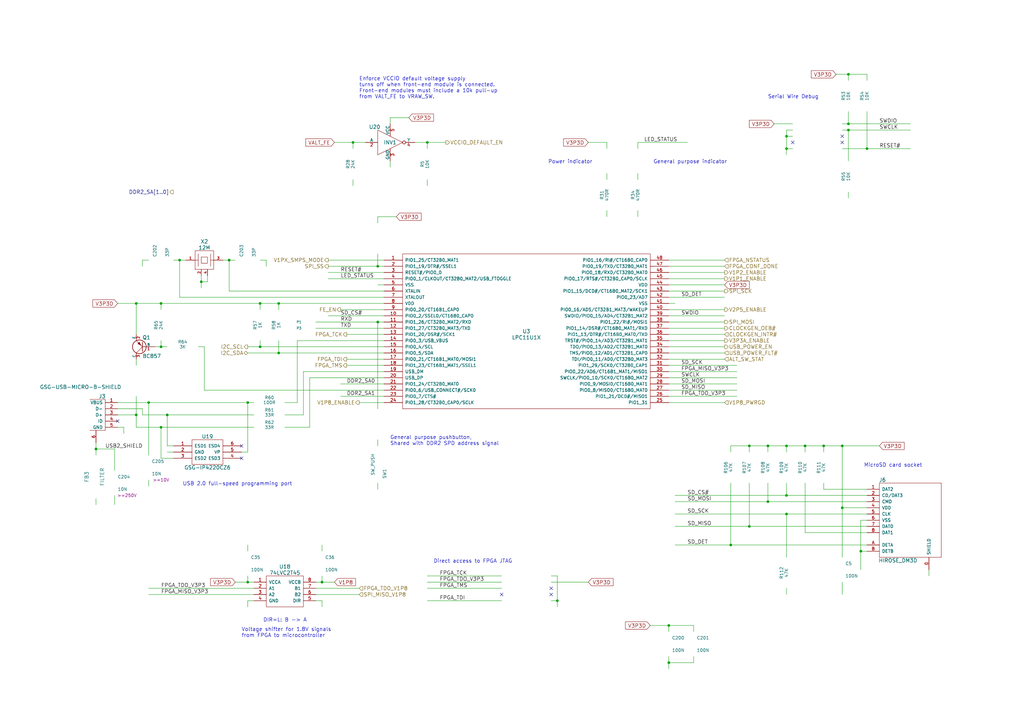
<source format=kicad_sch>
(kicad_sch (version 20230121) (generator eeschema)
  (paper "A3")
  (title_block (title "Daisho Project Main Board") (date "10 Oct 2014") (rev "0") (company "ShareBrained Technology, Inc.") (comment 1 "Copyright © 2013 Jared Boone") (comment 2 "License: GNU General Public License, version 2"))
  (lib_symbols
    (symbol "74lvc2t45:74LVC2T45" (pin_names (offset 1.016))
      (property "Reference" "U" (at 0 10.16 0))
      (property "Value" "74LVC2T45" (at 0 7.62 0))
      (symbol "74LVC2T45_0_1"
        (rectangle (start -7.62 6.35) (end 7.62 -6.35))
      )
      (symbol "74LVC2T45_1_1"
        (pin power_in line (at -12.7 3.81 0) (length 5.08) (name "VCCA") (number "1"))
        (pin bidirectional line (at -12.7 1.27 0) (length 5.08) (name "A1") (number "2"))
        (pin bidirectional line (at -12.7 -1.27 0) (length 5.08) (name "A2") (number "3"))
        (pin power_in line (at -12.7 -3.81 0) (length 5.08) (name "GND") (number "4"))
        (pin input line (at 12.7 -3.81 180) (length 5.08) (name "DIR") (number "5"))
        (pin bidirectional line (at 12.7 -1.27 180) (length 5.08) (name "B2") (number "6"))
        (pin bidirectional line (at 12.7 1.27 180) (length 5.08) (name "B1") (number "7"))
        (pin power_in line (at 12.7 3.81 180) (length 5.08) (name "VCCB") (number "8"))
      )
    )
    (symbol "gsg-ip4220cz6:GSG-IP4220CZ6" (pin_names (offset 1.016))
      (property "Reference" "U" (at 0 6.35 0))
      (property "Value" "GSG-IP4220CZ6" (at 0 -6.35 0))
      (symbol "GSG-IP4220CZ6_0_1"
        (rectangle (start -6.35 5.08) (end 6.35 -5.08))
      )
      (symbol "GSG-IP4220CZ6_1_1"
        (pin input line (at -13.97 2.54 0) (length 7.62) (name "ESD1") (number "1"))
        (pin power_in line (at -13.97 0 0) (length 7.62) (name "GND") (number "2"))
        (pin input line (at -13.97 -2.54 0) (length 7.62) (name "ESD2") (number "3"))
        (pin input line (at 13.97 -2.54 180) (length 7.62) (name "ESD3") (number "4"))
        (pin power_in line (at 13.97 0 180) (length 7.62) (name "VP") (number "5"))
        (pin input line (at 13.97 2.54 180) (length 7.62) (name "ESD4") (number "6"))
      )
    )
    (symbol "gsg-microusb:GSG-USB-MICRO-B-SHIELD" (pin_names (offset 1.016))
      (property "Reference" "J" (at 0 7.62 0))
      (property "Value" "GSG-USB-MICRO-B-SHIELD" (at -16.51 -8.89 0))
      (symbol "GSG-USB-MICRO-B-SHIELD_0_1"
        (polyline (pts (xy 5.08 6.35) (xy -1.27 6.35) (xy -1.27 -6.35) (xy 5.08 -6.35) (xy 5.08 -6.35)))
      )
      (symbol "GSG-USB-MICRO-B-SHIELD_1_1"
        (pin power_out line (at -6.35 5.08 0) (length 5.08) (name "VBUS") (number "1"))
        (pin bidirectional line (at -6.35 2.54 0) (length 5.08) (name "D-") (number "2"))
        (pin bidirectional line (at -6.35 0 0) (length 5.08) (name "D+") (number "3"))
        (pin input line (at -6.35 -2.54 0) (length 5.08) (name "ID") (number "4"))
        (pin power_out line (at -6.35 -5.08 0) (length 5.08) (name "GND") (number "5"))
        (pin passive line (at 2.54 -11.43 90) (length 5.08) (name "~") (number "6"))
      )
    )
    (symbol "hirose_dm3d:HIROSE_DM3D" (pin_names (offset 1.016))
      (property "Reference" "J" (at -11.43 16.51 0))
      (property "Value" "HIROSE_DM3D" (at -5.08 -16.51 0))
      (symbol "HIROSE_DM3D_0_1"
        (rectangle (start -12.7 15.24) (end 12.7 -15.24))
      )
      (symbol "HIROSE_DM3D_1_1"
        (pin passive line (at 7.62 -20.32 90) (length 5.08) (name "SHIELD") (number "0"))
        (pin bidirectional line (at -17.78 12.7 0) (length 5.08) (name "DAT2") (number "1"))
        (pin bidirectional line (at -17.78 10.16 0) (length 5.08) (name "CD/DAT3") (number "2"))
        (pin bidirectional line (at -17.78 7.62 0) (length 5.08) (name "CMD") (number "3"))
        (pin power_in line (at -17.78 5.08 0) (length 5.08) (name "VDD") (number "4"))
        (pin input line (at -17.78 2.54 0) (length 5.08) (name "CLK") (number "5"))
        (pin power_in line (at -17.78 0 0) (length 5.08) (name "VSS") (number "6"))
        (pin bidirectional line (at -17.78 -2.54 0) (length 5.08) (name "DAT0") (number "7"))
        (pin bidirectional line (at -17.78 -5.08 0) (length 5.08) (name "DAT1") (number "8"))
        (pin passive line (at -17.78 -10.16 0) (length 5.08) (name "DETA") (number "A"))
        (pin passive line (at -17.78 -12.7 0) (length 5.08) (name "DETB") (number "B"))
      )
    )
    (symbol "inv1:INV1" (pin_names (offset 0))
      (property "Reference" "U" (at -6.35 6.35 0))
      (property "Value" "INV1" (at -6.35 -7.62 0))
      (symbol "INV1_0_1"
        (polyline (pts (xy -5.08 -5.08) (xy -5.08 5.08) (xy 5.08 0) (xy -5.08 -5.08)))
      )
      (symbol "INV1_1_1"
        (pin input line (at -10.16 0 0) (length 5.08) (name "A") (number "2"))
        (pin power_in line (at 0 -7.62 90) (length 5.08) (name "GND") (number "3"))
        (pin output inverted (at 10.16 0 180) (length 5.08) (name "Y") (number "4"))
        (pin power_in line (at 0 7.62 270) (length 5.08) (name "VCC") (number "5"))
      )
    )
    (symbol "lpc11u1x:LPC11U1X" (pin_names (offset 1.016))
      (property "Reference" "U" (at 0 1.27 0))
      (property "Value" "LPC11U1X" (at 0 -1.27 0))
      (symbol "LPC11U1X_0_1"
        (rectangle (start -50.8 33.02) (end 50.8 -30.48))
      )
      (symbol "LPC11U1X_1_1"
        (pin bidirectional line (at -58.42 30.48 0) (length 7.62) (name "PIO1_25/CT32B0_MAT1") (number "1"))
        (pin bidirectional line (at -58.42 7.62 0) (length 7.62) (name "PIO0_2/SSEL0/CT16B0_CAP0") (number "10"))
        (pin bidirectional line (at -58.42 5.08 0) (length 7.62) (name "PIO1_26/CT32B0_MAT2/RXD") (number "11"))
        (pin bidirectional line (at -58.42 2.54 0) (length 7.62) (name "PIO1_27/CT32B0_MAT3/TXD") (number "12"))
        (pin bidirectional line (at -58.42 0 0) (length 7.62) (name "PIO1_20/DSR#/SCK1") (number "13"))
        (pin bidirectional line (at -58.42 -2.54 0) (length 7.62) (name "PIO0_3/USB_VBUS") (number "14"))
        (pin bidirectional line (at -58.42 -5.08 0) (length 7.62) (name "PIO0_4/SCL") (number "15"))
        (pin bidirectional line (at -58.42 -7.62 0) (length 7.62) (name "PIO0_5/SDA") (number "16"))
        (pin bidirectional line (at -58.42 -10.16 0) (length 7.62) (name "PIO0_21/CT16B1_MAT0/MOSI1") (number "17"))
        (pin bidirectional line (at -58.42 -12.7 0) (length 7.62) (name "PIO1_23/CT16B1_MAT1/SSEL1") (number "18"))
        (pin bidirectional line (at -58.42 -15.24 0) (length 7.62) (name "USB_DM") (number "19"))
        (pin bidirectional line (at -58.42 27.94 0) (length 7.62) (name "PIO1_19/DTR#/SSEL1") (number "2"))
        (pin bidirectional line (at -58.42 -17.78 0) (length 7.62) (name "USB_DP") (number "20"))
        (pin bidirectional line (at -58.42 -20.32 0) (length 7.62) (name "PIO1_24/CT32B0_MAT0") (number "21"))
        (pin bidirectional line (at -58.42 -22.86 0) (length 7.62) (name "PIO0_6/USB_CONNECT#/SCK0") (number "22"))
        (pin bidirectional line (at -58.42 -25.4 0) (length 7.62) (name "PIO0_7/CTS#") (number "23"))
        (pin bidirectional line (at -58.42 -27.94 0) (length 7.62) (name "PIO1_28/CT32B0_CAP0/SCLK") (number "24"))
        (pin bidirectional line (at 58.42 -27.94 180) (length 7.62) (name "PIO1_31") (number "25"))
        (pin bidirectional line (at 58.42 -25.4 180) (length 7.62) (name "PIO1_21/DCD#/MISO1") (number "26"))
        (pin bidirectional line (at 58.42 -22.86 180) (length 7.62) (name "PIO0_8/MISO0/CT16B0_MAT0") (number "27"))
        (pin bidirectional line (at 58.42 -20.32 180) (length 7.62) (name "PIO0_9/MOSI0/CT16B0_MAT1") (number "28"))
        (pin bidirectional line (at 58.42 -17.78 180) (length 7.62) (name "SWCLK/PIO0_10/SCK0/CT16B0_MAT2") (number "29"))
        (pin bidirectional line (at -58.42 25.4 0) (length 7.62) (name "RESET#/PIO0_0") (number "3"))
        (pin bidirectional line (at 58.42 -15.24 180) (length 7.62) (name "PIO0_22/AD6/CT16B1_MAT1/MISO1") (number "30"))
        (pin bidirectional line (at 58.42 -12.7 180) (length 7.62) (name "PIO1_29/SCK0/CT32B0_CAP1") (number "31"))
        (pin bidirectional line (at 58.42 -10.16 180) (length 7.62) (name "TDI/PIO0_11/AD0/CT32B0_MAT3") (number "32"))
        (pin bidirectional line (at 58.42 -7.62 180) (length 7.62) (name "TMS/PIO0_12/AD1/CT32B1_CAP0") (number "33"))
        (pin bidirectional line (at 58.42 -5.08 180) (length 7.62) (name "TDO/PIO0_13/AD2/CT32B1_MAT0") (number "34"))
        (pin bidirectional line (at 58.42 -2.54 180) (length 7.62) (name "TRST#/PIO0_14/AD3/CT32B1_MAT1") (number "35"))
        (pin bidirectional line (at 58.42 0 180) (length 7.62) (name "PIO1_13/DTR#/CT16B0_MAT0/TXD") (number "36"))
        (pin bidirectional line (at 58.42 2.54 180) (length 7.62) (name "PIO1_14/DSR#/CT16B0_MAT1/RXD") (number "37"))
        (pin bidirectional line (at 58.42 5.08 180) (length 7.62) (name "PIO1_22/RI#/MOSI1") (number "38"))
        (pin bidirectional line (at 58.42 7.62 180) (length 7.62) (name "SWDIO/PIO0_15/AD4/CT32B1_MAT2") (number "39"))
        (pin bidirectional line (at -58.42 22.86 0) (length 7.62) (name "PIO0_1/CLKOUT/CT32B0_MAT2/USB_FTOGGLE") (number "4"))
        (pin bidirectional line (at 58.42 10.16 180) (length 7.62) (name "PIO0_16/AD5/CT32B1_MAT3/WAKEUP") (number "40"))
        (pin power_in line (at 58.42 12.7 180) (length 7.62) (name "VSS") (number "41"))
        (pin bidirectional line (at 58.42 15.24 180) (length 7.62) (name "PIO0_23/AD7") (number "42"))
        (pin bidirectional line (at 58.42 17.78 180) (length 7.62) (name "PIO1_15/DCD#/CT16B0_MAT2/SCK1") (number "43"))
        (pin power_in line (at 58.42 20.32 180) (length 7.62) (name "VDD") (number "44"))
        (pin bidirectional line (at 58.42 22.86 180) (length 7.62) (name "PIO0_17/RTS#/CT32B0_CAP0/SCLK") (number "45"))
        (pin bidirectional line (at 58.42 25.4 180) (length 7.62) (name "PIO0_18/RXD/CT32B0_MAT0") (number "46"))
        (pin bidirectional line (at 58.42 27.94 180) (length 7.62) (name "PIO0_19/TXD/CT32B0_MAT1") (number "47"))
        (pin bidirectional line (at 58.42 30.48 180) (length 7.62) (name "PIO1_16/RI#/CT16B0_CAP0") (number "48"))
        (pin power_in line (at -58.42 20.32 0) (length 7.62) (name "VSS") (number "5"))
        (pin input line (at -58.42 17.78 0) (length 7.62) (name "XTALIN") (number "6"))
        (pin output line (at -58.42 15.24 0) (length 7.62) (name "XTALOUT") (number "7"))
        (pin power_in line (at -58.42 12.7 0) (length 7.62) (name "VDD") (number "8"))
        (pin bidirectional line (at -58.42 10.16 0) (length 7.62) (name "PIO0_20/CT16B1_CAP0") (number "9"))
      )
    )
    (symbol "pnp_sot23:PNP_SOT23" (pin_names (offset 0))
      (property "Reference" "Q" (at 0 -3.81 0))
      (property "Value" "PNP_SOT23" (at 0 3.81 0))
      (symbol "PNP_SOT23_0_1"
        (polyline (pts (xy 0 0) (xy 2.54 2.54)))
        (polyline (pts (xy 0 1.905) (xy 0 -1.905) (xy 0 -1.905)) (stroke (width 0.254)) (fill (type outline)))
        (polyline (pts (xy 0.635 -0.635) (xy 0 0) (xy 0 0)))
        (polyline (pts (xy 2.54 -2.54) (xy 1.651 -1.651) (xy 1.651 -1.651)))
        (polyline (pts (xy 0.635 -0.635) (xy 1.27 -1.905) (xy 1.905 -1.27) (xy 0.635 -0.635) (xy 0.635 -0.635)) (fill (type outline)))
        (circle (center 1.27 0) (radius 2.8194) (stroke (width 0.254)))
      )
      (symbol "PNP_SOT23_1_1"
        (pin input line (at -5.08 0 0) (length 5.08) (name "B") (number "1"))
        (pin passive line (at 2.54 -5.08 90) (length 2.54) (name "E") (number "2"))
        (pin passive line (at 2.54 5.08 270) (length 2.54) (name "C") (number "3"))
      )
    )
    (symbol "quartzcms4_ground:QUARTZCMS4_GROUND" (pin_names (offset 1.016) hide)
      (property "Reference" "X" (at 0 7.62 0))
      (property "Value" "QUARTZCMS4_GROUND" (at 0 5.08 0))
      (symbol "QUARTZCMS4_GROUND_0_1"
        (rectangle (start -3.81 3.81) (end 3.81 -3.81))
        (polyline (pts (xy -3.81 0) (xy -2.54 0)))
        (polyline (pts (xy -2.54 2.54) (xy -2.54 -2.54)))
        (polyline (pts (xy 2.54 0) (xy 3.81 0)))
        (polyline (pts (xy 2.54 2.54) (xy 2.54 -2.54)))
        (polyline (pts (xy -1.27 1.27) (xy 1.27 1.27) (xy 1.27 -1.27) (xy -1.27 -1.27) (xy -1.27 1.27)))
      )
      (symbol "QUARTZCMS4_GROUND_1_1"
        (pin passive line (at -7.62 0 0) (length 3.81) (name "1") (number "1"))
        (pin passive line (at -1.27 -6.35 90) (length 2.54) (name "GND") (number "2"))
        (pin passive line (at 7.62 0 180) (length 3.81) (name "3") (number "3"))
        (pin passive line (at 1.27 -6.35 90) (length 2.54) (name "GND") (number "4"))
      )
    )
  )
  (junction (at 322.58 182.88))
  (junction (at 307.34 182.88))
  (junction (at 132.08 238.76))
  (junction (at 322.58 203.2))
  (junction (at 347.98 30.48))
  (junction (at 345.44 208.28))
  (junction (at 175.26 58.42))
  (junction (at 345.44 182.88))
  (junction (at 106.68 124.46))
  (junction (at 154.94 109.22))
  (junction (at 60.96 165.1))
  (junction (at 355.6 60.96))
  (junction (at 353.06 226.06))
  (junction (at 322.58 210.82))
  (junction (at 66.04 124.46))
  (junction (at 330.2 182.88))
  (junction (at 106.68 142.24))
  (junction (at 101.6 238.76))
  (junction (at 66.04 142.24))
  (junction (at 228.6 246.38))
  (junction (at 337.82 182.88))
  (junction (at 101.6 165.1))
  (junction (at 347.98 53.34))
  (junction (at 73.66 106.68))
  (junction (at 314.96 205.74))
  (junction (at 322.58 60.96))
  (junction (at 114.3 124.46))
  (junction (at 274.32 256.54))
  (junction (at 322.58 55.88))
  (junction (at 299.72 223.52))
  (junction (at 274.32 271.78))
  (junction (at 93.98 106.68))
  (junction (at 144.78 58.42))
  (junction (at 114.3 144.78))
  (junction (at 154.94 132.08))
  (junction (at 314.96 182.88))
  (junction (at 39.37 184.15))
  (junction (at 66.04 175.26))
  (junction (at 55.88 124.46))
  (junction (at 55.88 170.18))
  (junction (at 347.98 50.8))
  (junction (at 307.34 215.9))
  (junction (at 82.55 115.57))
  (junction (at 68.58 170.18))
  (no_connect (at 205.74 243.84))
  (no_connect (at 226.06 241.3))
  (no_connect (at 99.06 187.96))
  (no_connect (at 48.26 172.72))
  (no_connect (at 345.44 55.88))
  (no_connect (at 99.06 182.88))
  (no_connect (at 226.06 243.84))
  (no_connect (at 345.44 58.42))
  (no_connect (at 325.12 58.42))
  (wire (pts (xy 248.92 60.96) (xy 248.92 58.42)))
  (wire (pts (xy 248.92 58.42) (xy 241.3 58.42)))
  (wire (pts (xy 261.62 58.42) (xy 281.94 58.42)))
  (wire (pts (xy 353.06 213.36) (xy 353.06 226.06)))
  (wire (pts (xy 248.92 88.9) (xy 248.92 86.36)))
  (wire (pts (xy 73.66 106.68) (xy 73.66 121.92)))
  (wire (pts (xy 82.55 115.57) (xy 82.55 118.11)))
  (wire (pts (xy 307.34 182.88) (xy 314.96 182.88)))
  (wire (pts (xy 144.78 60.96) (xy 144.78 58.42)))
  (wire (pts (xy 276.86 205.74) (xy 314.96 205.74)))
  (wire (pts (xy 274.32 271.78) (xy 284.48 271.78)))
  (wire (pts (xy 129.54 132.08) (xy 154.94 132.08)))
  (wire (pts (xy 85.09 113.03) (xy 85.09 115.57)))
  (wire (pts (xy 68.58 170.18) (xy 104.14 170.18)))
  (wire (pts (xy 157.48 137.16) (xy 142.24 137.16)))
  (wire (pts (xy 66.04 187.96) (xy 66.04 175.26)))
  (wire (pts (xy 48.26 124.46) (xy 55.88 124.46)))
  (wire (pts (xy 322.58 55.88) (xy 322.58 60.96)))
  (wire (pts (xy 345.44 208.28) (xy 345.44 228.6)))
  (wire (pts (xy 276.86 215.9) (xy 307.34 215.9)))
  (wire (pts (xy 58.42 170.18) (xy 68.58 170.18)))
  (wire (pts (xy 50.8 177.8) (xy 50.8 175.26)))
  (wire (pts (xy 175.26 241.3) (xy 205.74 241.3)))
  (wire (pts (xy 101.6 185.42) (xy 101.6 165.1)))
  (wire (pts (xy 261.62 88.9) (xy 261.62 86.36)))
  (wire (pts (xy 132.08 246.38) (xy 132.08 248.92)))
  (wire (pts (xy 160.02 48.26) (xy 160.02 50.8)))
  (wire (pts (xy 274.32 157.48) (xy 302.26 157.48)))
  (wire (pts (xy 274.32 154.94) (xy 302.26 154.94)))
  (wire (pts (xy 46.99 184.15) (xy 39.37 184.15)))
  (wire (pts (xy 322.58 210.82) (xy 355.6 210.82)))
  (wire (pts (xy 175.26 58.42) (xy 182.88 58.42)))
  (wire (pts (xy 284.48 256.54) (xy 284.48 259.08)))
  (wire (pts (xy 347.98 50.8) (xy 373.38 50.8)))
  (wire (pts (xy 274.32 149.86) (xy 302.26 149.86)))
  (wire (pts (xy 330.2 182.88) (xy 330.2 185.42)))
  (wire (pts (xy 274.32 134.62) (xy 297.18 134.62)))
  (wire (pts (xy 157.48 111.76) (xy 134.62 111.76)))
  (wire (pts (xy 297.18 121.92) (xy 274.32 121.92)))
  (wire (pts (xy 347.98 53.34) (xy 373.38 53.34)))
  (wire (pts (xy 73.66 121.92) (xy 157.48 121.92)))
  (wire (pts (xy 127 154.94) (xy 157.48 154.94)))
  (wire (pts (xy 93.98 106.68) (xy 93.98 119.38)))
  (wire (pts (xy 345.44 53.34) (xy 347.98 53.34)))
  (wire (pts (xy 63.5 142.24) (xy 66.04 142.24)))
  (wire (pts (xy 274.32 137.16) (xy 297.18 137.16)))
  (wire (pts (xy 139.7 162.56) (xy 157.48 162.56)))
  (wire (pts (xy 274.32 109.22) (xy 297.18 109.22)))
  (wire (pts (xy 154.94 109.22) (xy 157.48 109.22)))
  (wire (pts (xy 48.26 170.18) (xy 55.88 170.18)))
  (wire (pts (xy 337.82 182.88) (xy 337.82 185.42)))
  (wire (pts (xy 154.94 88.9) (xy 154.94 91.44)))
  (wire (pts (xy 157.48 127) (xy 139.7 127)))
  (wire (pts (xy 299.72 185.42) (xy 299.72 182.88)))
  (wire (pts (xy 157.48 129.54) (xy 134.62 129.54)))
  (wire (pts (xy 314.96 198.12) (xy 314.96 205.74)))
  (wire (pts (xy 101.6 165.1) (xy 104.14 165.1)))
  (wire (pts (xy 175.26 246.38) (xy 205.74 246.38)))
  (wire (pts (xy 93.98 119.38) (xy 157.48 119.38)))
  (wire (pts (xy 274.32 119.38) (xy 297.18 119.38)))
  (wire (pts (xy 147.32 241.3) (xy 129.54 241.3)))
  (wire (pts (xy 274.32 160.02) (xy 302.26 160.02)))
  (wire (pts (xy 83.82 142.24) (xy 81.28 142.24)))
  (wire (pts (xy 154.94 167.64) (xy 154.94 132.08)))
  (wire (pts (xy 297.18 106.68) (xy 274.32 106.68)))
  (wire (pts (xy 261.62 73.66) (xy 261.62 71.12)))
  (wire (pts (xy 66.04 139.7) (xy 66.04 142.24)))
  (wire (pts (xy 345.44 238.76) (xy 345.44 243.84)))
  (wire (pts (xy 46.99 193.04) (xy 46.99 184.15)))
  (wire (pts (xy 337.82 198.12) (xy 337.82 200.66)))
  (wire (pts (xy 101.6 246.38) (xy 104.14 246.38)))
  (wire (pts (xy 58.42 170.18) (xy 58.42 167.64)))
  (wire (pts (xy 60.96 243.84) (xy 104.14 243.84)))
  (wire (pts (xy 228.6 236.22) (xy 228.6 246.38)))
  (wire (pts (xy 322.58 228.6) (xy 322.58 210.82)))
  (wire (pts (xy 58.42 167.64) (xy 48.26 167.64)))
  (wire (pts (xy 347.98 78.74) (xy 347.98 81.28)))
  (wire (pts (xy 73.66 106.68) (xy 76.2 106.68)))
  (wire (pts (xy 337.82 200.66) (xy 355.6 200.66)))
  (wire (pts (xy 55.88 170.18) (xy 55.88 175.26)))
  (wire (pts (xy 109.22 106.68) (xy 109.22 109.22)))
  (wire (pts (xy 58.42 109.22) (xy 58.42 106.68)))
  (wire (pts (xy 157.48 152.4) (xy 124.46 152.4)))
  (wire (pts (xy 101.6 226.06) (xy 101.6 223.52)))
  (wire (pts (xy 322.58 203.2) (xy 355.6 203.2)))
  (wire (pts (xy 71.12 185.42) (xy 68.58 185.42)))
  (wire (pts (xy 175.26 236.22) (xy 205.74 236.22)))
  (wire (pts (xy 137.16 58.42) (xy 144.78 58.42)))
  (wire (pts (xy 157.48 116.84) (xy 154.94 116.84)))
  (wire (pts (xy 330.2 198.12) (xy 330.2 218.44)))
  (wire (pts (xy 60.96 196.85) (xy 60.96 199.39)))
  (wire (pts (xy 124.46 170.18) (xy 116.84 170.18)))
  (wire (pts (xy 297.18 114.3) (xy 274.32 114.3)))
  (wire (pts (xy 91.44 106.68) (xy 93.98 106.68)))
  (wire (pts (xy 39.37 181.61) (xy 39.37 184.15)))
  (wire (pts (xy 274.32 111.76) (xy 297.18 111.76)))
  (wire (pts (xy 66.04 124.46) (xy 66.04 127)))
  (wire (pts (xy 121.92 165.1) (xy 121.92 139.7)))
  (wire (pts (xy 68.58 170.18) (xy 68.58 182.88)))
  (wire (pts (xy 355.6 45.72) (xy 355.6 60.96)))
  (wire (pts (xy 347.98 33.02) (xy 347.98 30.48)))
  (wire (pts (xy 353.06 226.06) (xy 353.06 233.68)))
  (wire (pts (xy 314.96 182.88) (xy 322.58 182.88)))
  (wire (pts (xy 121.92 139.7) (xy 157.48 139.7)))
  (wire (pts (xy 106.68 139.7) (xy 106.68 142.24)))
  (wire (pts (xy 48.26 165.1) (xy 60.96 165.1)))
  (wire (pts (xy 274.32 152.4) (xy 302.26 152.4)))
  (wire (pts (xy 355.6 208.28) (xy 345.44 208.28)))
  (wire (pts (xy 46.99 203.2) (xy 46.99 207.01)))
  (wire (pts (xy 157.48 160.02) (xy 83.82 160.02)))
  (wire (pts (xy 322.58 53.34) (xy 322.58 55.88)))
  (wire (pts (xy 134.62 109.22) (xy 154.94 109.22)))
  (wire (pts (xy 314.96 205.74) (xy 355.6 205.74)))
  (wire (pts (xy 157.48 114.3) (xy 134.62 114.3)))
  (wire (pts (xy 297.18 116.84) (xy 274.32 116.84)))
  (wire (pts (xy 330.2 218.44) (xy 355.6 218.44)))
  (wire (pts (xy 226.06 246.38) (xy 228.6 246.38)))
  (wire (pts (xy 127 175.26) (xy 127 154.94)))
  (wire (pts (xy 154.94 198.12) (xy 154.94 200.66)))
  (wire (pts (xy 93.98 106.68) (xy 96.52 106.68)))
  (wire (pts (xy 83.82 160.02) (xy 83.82 142.24)))
  (wire (pts (xy 345.44 182.88) (xy 345.44 208.28)))
  (wire (pts (xy 60.96 241.3) (xy 104.14 241.3)))
  (wire (pts (xy 147.32 165.1) (xy 157.48 165.1)))
  (wire (pts (xy 307.34 215.9) (xy 355.6 215.9)))
  (wire (pts (xy 55.88 147.32) (xy 55.88 149.86)))
  (wire (pts (xy 228.6 246.38) (xy 228.6 248.92)))
  (wire (pts (xy 60.96 165.1) (xy 60.96 186.69)))
  (wire (pts (xy 297.18 127) (xy 274.32 127)))
  (wire (pts (xy 274.32 147.32) (xy 297.18 147.32)))
  (wire (pts (xy 322.58 60.96) (xy 322.58 63.5)))
  (wire (pts (xy 307.34 198.12) (xy 307.34 215.9)))
  (wire (pts (xy 276.86 223.52) (xy 299.72 223.52)))
  (wire (pts (xy 342.9 30.48) (xy 347.98 30.48)))
  (wire (pts (xy 106.68 142.24) (xy 157.48 142.24)))
  (wire (pts (xy 101.6 236.22) (xy 101.6 238.76)))
  (wire (pts (xy 55.88 124.46) (xy 66.04 124.46)))
  (wire (pts (xy 297.18 144.78) (xy 274.32 144.78)))
  (wire (pts (xy 114.3 127) (xy 114.3 124.46)))
  (wire (pts (xy 106.68 124.46) (xy 106.68 127)))
  (wire (pts (xy 142.24 147.32) (xy 157.48 147.32)))
  (wire (pts (xy 274.32 162.56) (xy 302.26 162.56)))
  (wire (pts (xy 274.32 256.54) (xy 284.48 256.54)))
  (wire (pts (xy 157.48 157.48) (xy 139.7 157.48)))
  (wire (pts (xy 325.12 50.8) (xy 317.5 50.8)))
  (wire (pts (xy 299.72 182.88) (xy 307.34 182.88)))
  (wire (pts (xy 266.7 256.54) (xy 274.32 256.54)))
  (wire (pts (xy 299.72 223.52) (xy 355.6 223.52)))
  (wire (pts (xy 96.52 238.76) (xy 101.6 238.76)))
  (wire (pts (xy 39.37 184.15) (xy 39.37 186.69)))
  (wire (pts (xy 355.6 213.36) (xy 353.06 213.36)))
  (wire (pts (xy 132.08 238.76) (xy 137.16 238.76)))
  (wire (pts (xy 355.6 60.96) (xy 373.38 60.96)))
  (wire (pts (xy 307.34 182.88) (xy 307.34 185.42)))
  (wire (pts (xy 129.54 134.62) (xy 157.48 134.62)))
  (wire (pts (xy 154.94 180.34) (xy 154.94 182.88)))
  (wire (pts (xy 274.32 271.78) (xy 274.32 274.32)))
  (wire (pts (xy 322.58 182.88) (xy 322.58 185.42)))
  (wire (pts (xy 274.32 259.08) (xy 274.32 256.54)))
  (wire (pts (xy 345.44 50.8) (xy 347.98 50.8)))
  (wire (pts (xy 347.98 45.72) (xy 347.98 50.8)))
  (wire (pts (xy 167.64 48.26) (xy 160.02 48.26)))
  (wire (pts (xy 154.94 104.14) (xy 154.94 109.22)))
  (wire (pts (xy 129.54 246.38) (xy 132.08 246.38)))
  (wire (pts (xy 276.86 210.82) (xy 322.58 210.82)))
  (wire (pts (xy 114.3 139.7) (xy 114.3 144.78)))
  (wire (pts (xy 325.12 55.88) (xy 322.58 55.88)))
  (wire (pts (xy 322.58 182.88) (xy 330.2 182.88)))
  (wire (pts (xy 355.6 30.48) (xy 355.6 33.02)))
  (wire (pts (xy 71.12 187.96) (xy 66.04 187.96)))
  (wire (pts (xy 299.72 198.12) (xy 299.72 223.52)))
  (wire (pts (xy 66.04 124.46) (xy 106.68 124.46)))
  (wire (pts (xy 322.58 241.3) (xy 322.58 243.84)))
  (wire (pts (xy 132.08 236.22) (xy 132.08 238.76)))
  (wire (pts (xy 170.18 58.42) (xy 175.26 58.42)))
  (wire (pts (xy 66.04 175.26) (xy 104.14 175.26)))
  (wire (pts (xy 99.06 185.42) (xy 101.6 185.42)))
  (wire (pts (xy 124.46 152.4) (xy 124.46 170.18)))
  (wire (pts (xy 274.32 129.54) (xy 297.18 129.54)))
  (wire (pts (xy 226.06 236.22) (xy 228.6 236.22)))
  (wire (pts (xy 55.88 175.26) (xy 66.04 175.26)))
  (wire (pts (xy 322.58 198.12) (xy 322.58 203.2)))
  (wire (pts (xy 68.58 182.88) (xy 71.12 182.88)))
  (wire (pts (xy 274.32 165.1) (xy 297.18 165.1)))
  (wire (pts (xy 114.3 144.78) (xy 157.48 144.78)))
  (wire (pts (xy 337.82 182.88) (xy 345.44 182.88)))
  (wire (pts (xy 101.6 144.78) (xy 114.3 144.78)))
  (wire (pts (xy 144.78 58.42) (xy 149.86 58.42)))
  (wire (pts (xy 147.32 243.84) (xy 129.54 243.84)))
  (wire (pts (xy 160.02 66.04) (xy 160.02 68.58)))
  (wire (pts (xy 50.8 175.26) (xy 48.26 175.26)))
  (wire (pts (xy 297.18 142.24) (xy 274.32 142.24)))
  (wire (pts (xy 116.84 165.1) (xy 121.92 165.1)))
  (wire (pts (xy 60.96 165.1) (xy 101.6 165.1)))
  (wire (pts (xy 71.12 106.68) (xy 73.66 106.68)))
  (wire (pts (xy 345.44 60.96) (xy 355.6 60.96)))
  (wire (pts (xy 381 233.68) (xy 381 236.22)))
  (wire (pts (xy 175.26 60.96) (xy 175.26 58.42)))
  (wire (pts (xy 347.98 30.48) (xy 355.6 30.48)))
  (wire (pts (xy 297.18 139.7) (xy 274.32 139.7)))
  (wire (pts (xy 82.55 113.03) (xy 82.55 115.57)))
  (wire (pts (xy 284.48 271.78) (xy 284.48 269.24)))
  (wire (pts (xy 241.3 238.76) (xy 226.06 238.76)))
  (wire (pts (xy 116.84 175.26) (xy 127 175.26)))
  (wire (pts (xy 162.56 88.9) (xy 154.94 88.9)))
  (wire (pts (xy 325.12 53.34) (xy 322.58 53.34)))
  (wire (pts (xy 314.96 182.88) (xy 314.96 185.42)))
  (wire (pts (xy 101.6 238.76) (xy 104.14 238.76)))
  (wire (pts (xy 39.37 204.47) (xy 39.37 207.01)))
  (wire (pts (xy 142.24 149.86) (xy 157.48 149.86)))
  (wire (pts (xy 114.3 124.46) (xy 157.48 124.46)))
  (wire (pts (xy 175.26 73.66) (xy 175.26 76.2)))
  (wire (pts (xy 106.68 106.68) (xy 109.22 106.68)))
  (wire (pts (xy 248.92 73.66) (xy 248.92 71.12)))
  (wire (pts (xy 154.94 132.08) (xy 157.48 132.08)))
  (wire (pts (xy 85.09 115.57) (xy 82.55 115.57)))
  (wire (pts (xy 101.6 142.24) (xy 106.68 142.24)))
  (wire (pts (xy 101.6 248.92) (xy 101.6 246.38)))
  (wire (pts (xy 274.32 132.08) (xy 297.18 132.08)))
  (wire (pts (xy 134.62 106.68) (xy 157.48 106.68)))
  (wire (pts (xy 325.12 60.96) (xy 322.58 60.96)))
  (wire (pts (xy 347.98 66.04) (xy 347.98 53.34)))
  (wire (pts (xy 274.32 269.24) (xy 274.32 271.78)))
  (wire (pts (xy 261.62 60.96) (xy 261.62 58.42)))
  (wire (pts (xy 106.68 124.46) (xy 114.3 124.46)))
  (wire (pts (xy 355.6 226.06) (xy 353.06 226.06)))
  (wire (pts (xy 66.04 142.24) (xy 68.58 142.24)))
  (wire (pts (xy 132.08 226.06) (xy 132.08 223.52)))
  (wire (pts (xy 129.54 238.76) (xy 132.08 238.76)))
  (wire (pts (xy 55.88 124.46) (xy 55.88 137.16)))
  (wire (pts (xy 58.42 106.68) (xy 60.96 106.68)))
  (wire (pts (xy 144.78 73.66) (xy 144.78 76.2)))
  (wire (pts (xy 345.44 182.88) (xy 360.68 182.88)))
  (wire (pts (xy 276.86 124.46) (xy 274.32 124.46)))
  (wire (pts (xy 175.26 238.76) (xy 205.74 238.76)))
  (wire (pts (xy 330.2 182.88) (xy 337.82 182.88)))
  (wire (pts (xy 55.88 162.56) (xy 55.88 170.18)))
  (wire (pts (xy 276.86 203.2) (xy 322.58 203.2)))
  (text "Voltage shifter for 1.8V signals\nfrom FPGA to microcontroller" (at 99.06 261.62 0) (effects (font (size 1.524 1.524)) (justify left bottom)))
  (text "DIR=L: B -> A" (at 107.95 255.27 0) (effects (font (size 1.524 1.524)) (justify left bottom)))
  (text "Power indicator" (at 224.79 67.31 0) (effects (font (size 1.524 1.524)) (justify left bottom)))
  (text "General purpose pushbutton,\nShared with DDR2 SPD address signal" (at 160.02 182.88 0) (effects (font (size 1.524 1.524)) (justify left bottom)))
  (text "MicroSD card socket" (at 354.33 191.77 0) (effects (font (size 1.524 1.524)) (justify left bottom)))
  (text "USB 2.0 full-speed programming port" (at 74.93 199.39 0) (effects (font (size 1.524 1.524)) (justify left bottom)))
  (text "Enforce VCCIO default voltage supply\nturns off when front-end module is connected.\nFront-end modules must include a 10k pull-up\nfrom VALT_FE to VRAW_SW." (at 147.32 40.64 0) (effects (font (size 1.524 1.524)) (justify left bottom)))
  (text "General purpose indicator" (at 267.97 67.31 0) (effects (font (size 1.524 1.524)) (justify left bottom)))
  (text "Direct access to FPGA JTAG" (at 177.8 231.14 0) (effects (font (size 1.524 1.524)) (justify left bottom)))
  (text "Serial Wire Debug" (at 314.96 40.64 0) (effects (font (size 1.524 1.524)) (justify left bottom)))
  (label "LED_STATUS" (at 264.16 58.42 0) (effects (font (size 1.524 1.524))))
  (label "DDR2_SA0" (at 142.24 157.48 0) (effects (font (size 1.524 1.524))))
  (label "FPGA_TDO_V3P3" (at 66.04 241.3 0) (effects (font (size 1.524 1.524))))
  (label "SD_SCK" (at 279.4 149.86 0) (effects (font (size 1.524 1.524))))
  (label "FPGA_TCK" (at 180.34 236.22 0) (effects (font (size 1.524 1.524))))
  (label "SD_DET" (at 279.4 121.92 0) (effects (font (size 1.524 1.524))))
  (label "FPGA_TDO_V3P3" (at 279.4 162.56 0) (effects (font (size 1.524 1.524))))
  (label "SWCLK" (at 360.68 53.34 0) (effects (font (size 1.524 1.524))))
  (label "TXD" (at 139.7 134.62 0) (effects (font (size 1.524 1.524))))
  (label "SWCLK" (at 279.4 154.94 0) (effects (font (size 1.524 1.524))))
  (label "SD_MISO" (at 281.94 215.9 0) (effects (font (size 1.524 1.524))))
  (label "FPGA_TDI" (at 180.34 246.38 0) (effects (font (size 1.524 1.524))))
  (label "FPGA_MISO_V3P3" (at 66.04 243.84 0) (effects (font (size 1.524 1.524))))
  (label "SD_CS#" (at 281.94 203.2 0) (effects (font (size 1.524 1.524))))
  (label "SD_SCK" (at 281.94 210.82 0) (effects (font (size 1.524 1.524))))
  (label "SD_DET" (at 281.94 223.52 0) (effects (font (size 1.524 1.524))))
  (label "DDR2_SA1" (at 142.24 162.56 0) (effects (font (size 1.524 1.524))))
  (label "RESET#" (at 360.68 60.96 0) (effects (font (size 1.524 1.524))))
  (label "USB2_SHIELD" (at 43.18 184.15 0) (effects (font (size 1.524 1.524))))
  (label "SD_MOSI" (at 279.4 157.48 0) (effects (font (size 1.524 1.524))))
  (label "FPGA_TDO_V3P3" (at 180.34 238.76 0) (effects (font (size 1.524 1.524))))
  (label "RXD" (at 139.7 132.08 0) (effects (font (size 1.524 1.524))))
  (label "SD_MISO" (at 279.4 160.02 0) (effects (font (size 1.524 1.524))))
  (label "SD_CS#" (at 139.7 129.54 0) (effects (font (size 1.524 1.524))))
  (label "SWDIO" (at 279.4 129.54 0) (effects (font (size 1.524 1.524))))
  (label "SD_MOSI" (at 281.94 205.74 0) (effects (font (size 1.524 1.524))))
  (label "SWDIO" (at 360.68 50.8 0) (effects (font (size 1.524 1.524))))
  (label "FPGA_MISO_V3P3" (at 279.4 152.4 0) (effects (font (size 1.524 1.524))))
  (label "RESET#" (at 139.7 111.76 0) (effects (font (size 1.524 1.524))))
  (label "FPGA_TMS" (at 180.34 241.3 0) (effects (font (size 1.524 1.524))))
  (label "LED_STATUS" (at 139.7 114.3 0) (effects (font (size 1.524 1.524))))
  (global_label "V3P3D" (shape input) (at 241.3 58.42 180) (effects (font (size 1.524 1.524))) (property "Intersheetrefs" "${INTERSHEET_REFS}" (effects hide)))
  (global_label "V3P3D" (shape input) (at 241.3 238.76 0) (effects (font (size 1.524 1.524))) (property "Intersheetrefs" "${INTERSHEET_REFS}" (effects hide)))
  (global_label "V3P3D" (shape input) (at 48.26 124.46 180) (effects (font (size 1.524 1.524))) (property "Intersheetrefs" "${INTERSHEET_REFS}" (effects hide)))
  (global_label "VALT_FE" (shape input) (at 137.16 58.42 180) (effects (font (size 1.524 1.524))) (property "Intersheetrefs" "${INTERSHEET_REFS}" (effects hide)))
  (global_label "V3P3D" (shape input) (at 167.64 48.26 0) (effects (font (size 1.524 1.524))) (property "Intersheetrefs" "${INTERSHEET_REFS}" (effects hide)))
  (global_label "V3P3D" (shape input) (at 342.9 30.48 180) (effects (font (size 1.524 1.524))) (property "Intersheetrefs" "${INTERSHEET_REFS}" (effects hide)))
  (global_label "V3P3D" (shape input) (at 96.52 238.76 180) (effects (font (size 1.524 1.524))) (property "Intersheetrefs" "${INTERSHEET_REFS}" (effects hide)))
  (global_label "V1P8" (shape input) (at 137.16 238.76 0) (effects (font (size 1.524 1.524))) (property "Intersheetrefs" "${INTERSHEET_REFS}" (effects hide)))
  (global_label "V3P3D" (shape input) (at 360.68 182.88 0) (effects (font (size 1.524 1.524))) (property "Intersheetrefs" "${INTERSHEET_REFS}" (effects hide)))
  (global_label "V3P3D" (shape input) (at 317.5 50.8 180) (effects (font (size 1.524 1.524))) (property "Intersheetrefs" "${INTERSHEET_REFS}" (effects hide)))
  (global_label "V3P3D" (shape input) (at 297.18 116.84 0) (effects (font (size 1.524 1.524))) (property "Intersheetrefs" "${INTERSHEET_REFS}" (effects hide)))
  (global_label "V3P3D" (shape input) (at 162.56 88.9 0) (effects (font (size 1.524 1.524))) (property "Intersheetrefs" "${INTERSHEET_REFS}" (effects hide)))
  (global_label "V3P3D" (shape input) (at 266.7 256.54 180) (effects (font (size 1.524 1.524))) (property "Intersheetrefs" "${INTERSHEET_REFS}" (effects hide)))
  (hierarchical_label "SPI_MOSI" (shape output) (at 297.18 132.08 0) (effects (font (size 1.524 1.524))))
  (hierarchical_label "V1P1_ENABLE" (shape output) (at 297.18 114.3 0) (effects (font (size 1.524 1.524))))
  (hierarchical_label "V1P8_ENABLE" (shape output) (at 147.32 165.1 180) (effects (font (size 1.524 1.524))))
  (hierarchical_label "FPGA_TDI" (shape output) (at 142.24 147.32 180) (effects (font (size 1.524 1.524))))
  (hierarchical_label "SPI_MISO_V1P8" (shape input) (at 147.32 243.84 0) (effects (font (size 1.524 1.524))))
  (hierarchical_label "FPGA_TDO_V1P8" (shape input) (at 147.32 241.3 0) (effects (font (size 1.524 1.524))))
  (hierarchical_label "FPGA_CONF_DONE" (shape input) (at 297.18 109.22 0) (effects (font (size 1.524 1.524))))
  (hierarchical_label "CLOCKGEN_INTR#" (shape input) (at 297.18 137.16 0) (effects (font (size 1.524 1.524))))
  (hierarchical_label "I2C_SDA" (shape bidirectional) (at 101.6 144.78 180) (effects (font (size 1.524 1.524))))
  (hierarchical_label "SPI_SS" (shape output) (at 134.62 109.22 180) (effects (font (size 1.524 1.524))))
  (hierarchical_label "SPI_SCK" (shape output) (at 297.18 119.38 0) (effects (font (size 1.524 1.524))))
  (hierarchical_label "V2P5_ENABLE" (shape output) (at 297.18 127 0) (effects (font (size 1.524 1.524))))
  (hierarchical_label "FE_EN" (shape output) (at 139.7 127 180) (effects (font (size 1.524 1.524))))
  (hierarchical_label "FPGA_TMS" (shape output) (at 142.24 149.86 180) (effects (font (size 1.524 1.524))))
  (hierarchical_label "ALT_SW_STAT" (shape input) (at 297.18 147.32 0) (effects (font (size 1.524 1.524))))
  (hierarchical_label "V1P2_ENABLE" (shape output) (at 297.18 111.76 0) (effects (font (size 1.524 1.524))))
  (hierarchical_label "FPGA_TCK" (shape output) (at 142.24 137.16 180) (effects (font (size 1.524 1.524))))
  (hierarchical_label "VCCIO_DEFAULT_EN" (shape output) (at 182.88 58.42 0) (effects (font (size 1.524 1.524))))
  (hierarchical_label "V1PX_SMPS_MODE" (shape output) (at 134.62 106.68 180) (effects (font (size 1.524 1.524))))
  (hierarchical_label "FPGA_NSTATUS" (shape input) (at 297.18 106.68 0) (effects (font (size 1.524 1.524))))
  (hierarchical_label "I2C_SCL" (shape output) (at 101.6 142.24 180) (effects (font (size 1.524 1.524))))
  (hierarchical_label "CLOCKGEN_OEB#" (shape output) (at 297.18 134.62 0) (effects (font (size 1.524 1.524))))
  (hierarchical_label "USB_POWER_EN" (shape output) (at 297.18 142.24 0) (effects (font (size 1.524 1.524))))
  (hierarchical_label "V1P8_PWRGD" (shape input) (at 297.18 165.1 0) (effects (font (size 1.524 1.524))))
  (hierarchical_label "V3P3A_ENABLE" (shape output) (at 297.18 139.7 0) (effects (font (size 1.524 1.524))))
  (hierarchical_label "USB_POWER_FLT#" (shape input) (at 297.18 144.78 0) (effects (font (size 1.524 1.524))))
  (hierarchical_label "DDR2_SA[1..0]" (shape output) (at 71.12 78.74 180) (effects (font (size 1.524 1.524))))
  (symbol (lib_id "R") (at 106.68 133.35 0) (mirror y) (unit 1)
    (property "Reference" "R57" (at 104.648 133.35 90))
    (property "Value" "1K" (at 106.68 133.35 90))
    (property "Manufacturer" "Stackpole" (effects hide))
    (property "Part Number" "RMCF0402FT1K00" (effects hide))
  )
  (symbol (lib_id "R") (at 114.3 133.35 0) (mirror y) (unit 1)
    (property "Reference" "R58" (at 112.268 133.35 90))
    (property "Value" "1K" (at 114.3 133.35 90))
    (property "Manufacturer" "Stackpole" (effects hide))
    (property "Part Number" "RMCF0402FT1K00" (effects hide))
  )
  (symbol (lib_id "R") (at 154.94 97.79 0) (mirror y) (unit 1)
    (property "Reference" "R52" (at 152.908 97.79 90))
    (property "Value" "10K" (at 154.94 97.79 90))
    (property "Manufacturer" "Stackpole" (effects hide))
    (property "Part Number" "RMCF0402JT10K0" (effects hide))
    (property "Note" "DNP" (at 157.48 97.79 90) (effects (font (size 1.524 1.524))))
  )
  (symbol (lib_id "lpc11u1x:LPC11U1X") (at 215.9 137.16 0) (unit 1)
    (property "Reference" "U3" (at 215.9 135.89 0) (effects (font (size 1.524 1.524))))
    (property "Value" "LPC11U1X" (at 215.9 138.43 0) (effects (font (size 1.524 1.524))))
    (property "Manufacturer" "NXP" (effects hide))
    (property "Part Number" "LPC11U14FBD48/201" (effects hide))
  )
  (symbol (lib_id "quartzcms4_ground:QUARTZCMS4_GROUND") (at 83.82 106.68 0) (unit 1)
    (property "Reference" "X2" (at 83.82 99.06 0) (effects (font (size 1.524 1.524))))
    (property "Value" "12M" (at 83.82 101.6 0) (effects (font (size 1.524 1.524))))
    (property "Manufacturer" "TXC" (effects hide))
    (property "Part Number" "7B-12.000MAAJ-T" (effects hide))
  )
  (symbol (lib_id "GND") (at 82.55 118.11 0) (unit 1)
    (property "Reference" "#PWR030" (effects hide))
    (property "Value" "GND" (effects hide))
  )
  (symbol (lib_id "GND") (at 154.94 116.84 270) (unit 1)
    (property "Reference" "#PWR029" (effects hide))
    (property "Value" "GND" (effects hide))
  )
  (symbol (lib_id "C") (at 101.6 106.68 90) (unit 1)
    (property "Reference" "C203" (at 99.06 105.41 0) (effects (justify left)))
    (property "Value" "33P" (at 104.14 105.41 0) (effects (justify left)))
    (property "Manufacturer" "Murata" (effects hide))
    (property "Part Number" "GRM1555C1H330JA01D" (effects hide))
  )
  (symbol (lib_id "C") (at 66.04 106.68 90) (unit 1)
    (property "Reference" "C202" (at 63.5 105.41 0) (effects (justify left)))
    (property "Value" "33P" (at 68.58 105.41 0) (effects (justify left)))
    (property "Manufacturer" "Murata" (effects hide))
    (property "Part Number" "GRM1555C1H330JA01D" (effects hide))
  )
  (symbol (lib_id "GND") (at 58.42 109.22 0) (unit 1)
    (property "Reference" "#PWR028" (effects hide))
    (property "Value" "GND" (effects hide))
  )
  (symbol (lib_id "GND") (at 109.22 109.22 0) (unit 1)
    (property "Reference" "#PWR027" (effects hide))
    (property "Value" "GND" (effects hide))
  )
  (symbol (lib_id "GND") (at 276.86 124.46 90) (unit 1)
    (property "Reference" "#PWR026" (effects hide))
    (property "Value" "GND" (effects hide))
  )
  (symbol (lib_id "C") (at 274.32 264.16 0) (unit 1)
    (property "Reference" "C200" (at 275.59 261.62 0) (effects (justify left)))
    (property "Value" "100N" (at 275.59 266.7 0) (effects (justify left)))
    (property "Manufacturer" "Murata" (effects hide))
    (property "Part Number" "GRM155R61A104KA01D" (effects hide))
  )
  (symbol (lib_id "C") (at 284.48 264.16 0) (unit 1)
    (property "Reference" "C201" (at 285.75 261.62 0) (effects (justify left)))
    (property "Value" "100N" (at 285.75 266.7 0) (effects (justify left)))
    (property "Manufacturer" "Murata" (effects hide))
    (property "Part Number" "GRM155R61A104KA01D" (effects hide))
  )
  (symbol (lib_id "GND") (at 274.32 274.32 0) (unit 1)
    (property "Reference" "#PWR025" (effects hide))
    (property "Value" "GND" (effects hide))
  )
  (symbol (lib_id "R") (at 355.6 39.37 0) (mirror y) (unit 1)
    (property "Reference" "R54" (at 353.568 39.37 90))
    (property "Value" "10K" (at 355.6 39.37 90))
    (property "Manufacturer" "Stackpole" (effects hide))
    (property "Part Number" "RMCF0402JT10K0" (effects hide))
  )
  (symbol (lib_id "CONN_5X2") (at 335.28 55.88 0) (unit 1)
    (property "Reference" "J4" (at 335.28 48.26 0) (effects (font (size 1.524 1.524))))
    (property "Value" "CONN_5X2" (at 335.28 55.88 90))
    (property "Manufacturer" "Sullins" (effects hide))
    (property "Part Number" "GRPB052VWQS" (effects hide))
  )
  (symbol (lib_id "GND") (at 322.58 63.5 0) (unit 1)
    (property "Reference" "#PWR024" (effects hide))
    (property "Value" "GND" (effects hide))
  )
  (symbol (lib_id "R") (at 347.98 39.37 0) (mirror y) (unit 1)
    (property "Reference" "R53" (at 345.948 39.37 90))
    (property "Value" "10K" (at 347.98 39.37 90))
    (property "Manufacturer" "Stackpole" (effects hide))
    (property "Part Number" "RMCF0402JT10K0" (effects hide))
  )
  (symbol (lib_id "R") (at 347.98 72.39 0) (mirror y) (unit 1)
    (property "Reference" "R55" (at 345.948 72.39 90))
    (property "Value" "10K" (at 347.98 72.39 90))
    (property "Manufacturer" "Stackpole" (effects hide))
    (property "Part Number" "RMCF0402JT10K0" (effects hide))
  )
  (symbol (lib_id "GND") (at 347.98 81.28 0) (unit 1)
    (property "Reference" "#PWR023" (effects hide))
    (property "Value" "GND" (effects hide))
  )
  (symbol (lib_id "R") (at 110.49 170.18 270) (mirror x) (unit 1)
    (property "Reference" "R61" (at 110.49 168.148 90))
    (property "Value" "33R" (at 110.49 170.18 90))
    (property "Manufacturer" "Stackpole" (effects hide))
    (property "Part Number" "RMCF0402JT33R0" (effects hide))
  )
  (symbol (lib_id "R") (at 110.49 175.26 270) (mirror x) (unit 1)
    (property "Reference" "R62" (at 110.49 173.228 90))
    (property "Value" "33R" (at 110.49 175.26 90))
    (property "Manufacturer" "Stackpole" (effects hide))
    (property "Part Number" "RMCF0402JT33R0" (effects hide))
  )
  (symbol (lib_id "GND") (at 50.8 177.8 0) (unit 1)
    (property "Reference" "#PWR022" (effects hide))
    (property "Value" "GND" (effects hide))
  )
  (symbol (lib_id "R") (at 110.49 165.1 270) (mirror x) (unit 1)
    (property "Reference" "R60" (at 110.49 163.068 90))
    (property "Value" "100R" (at 110.49 165.1 90))
    (property "Manufacturer" "Stackpole" (effects hide))
    (property "Part Number" "RMCF0402JT100R" (effects hide))
  )
  (symbol (lib_id "R") (at 55.88 156.21 0) (mirror y) (unit 1)
    (property "Reference" "R59" (at 53.848 156.21 90))
    (property "Value" "1K5" (at 55.88 156.21 90))
    (property "Manufacturer" "Stackpole" (effects hide))
    (property "Part Number" "RMCF0402JT1K50" (effects hide))
  )
  (symbol (lib_id "gsg-microusb:GSG-USB-MICRO-B-SHIELD") (at 41.91 170.18 0) (mirror y) (unit 1)
    (property "Reference" "J3" (at 41.91 162.56 0) (effects (font (size 1.524 1.524))))
    (property "Value" "GSG-USB-MICRO-B-SHIELD" (at 33.02 158.75 0) (effects (font (size 1.524 1.524))))
    (property "Manufacturer" "FCI" (effects hide))
    (property "Part Number" "10103594-0001LF" (effects hide))
    (property "Description" "CONN RCPT STD MICRO USB TYPE B" (effects hide))
  )
  (symbol (lib_id "GND") (at 39.37 207.01 0) (unit 1)
    (property "Reference" "#PWR021" (effects hide))
    (property "Value" "GND" (effects hide))
  )
  (symbol (lib_id "GND") (at 46.99 207.01 0) (unit 1)
    (property "Reference" "#PWR020" (effects hide))
    (property "Value" "GND" (effects hide))
  )
  (symbol (lib_id "R") (at 74.93 142.24 270) (mirror x) (unit 1)
    (property "Reference" "R64" (at 74.93 140.208 90))
    (property "Value" "3K" (at 74.93 142.24 90))
    (property "Manufacturer" "Stackpole" (effects hide))
    (property "Part Number" "RMCF0402FT3K00" (effects hide))
  )
  (symbol (lib_id "R") (at 66.04 133.35 0) (mirror y) (unit 1)
    (property "Reference" "R65" (at 64.008 133.35 90))
    (property "Value" "24K" (at 66.04 133.35 90))
    (property "Manufacturer" "Stackpole" (effects hide))
    (property "Part Number" "RMCF0402JT24K0" (effects hide))
  )
  (symbol (lib_id "C") (at 60.96 191.77 0) (unit 1)
    (property "Reference" "C205" (at 62.23 189.23 0) (effects (justify left)))
    (property "Value" "10N" (at 62.23 194.31 0) (effects (justify left)))
    (property "Manufacturer" "Murata" (effects hide))
    (property "Part Number" "GRM155R71E103KA01D" (effects hide))
    (property "WVDC" ">=10V" (at 66.04 196.85 0))
  )
  (symbol (lib_id "GND") (at 60.96 199.39 0) (unit 1)
    (property "Reference" "#PWR019" (effects hide))
    (property "Value" "GND" (effects hide))
  )
  (symbol (lib_id "pnp_sot23:PNP_SOT23") (at 58.42 142.24 180) (unit 1)
    (property "Reference" "Q1" (at 58.42 138.43 0) (effects (font (size 1.524 1.524)) (justify right)))
    (property "Value" "BC857" (at 58.42 146.05 0) (effects (font (size 1.524 1.524)) (justify right)))
    (property "Manufacturer" "Fairchild" (effects hide))
    (property "Part Number" "BC857BMTF" (effects hide))
    (property "Description" "TRANS PNP 45V 0.1A SOT-23" (effects hide))
  )
  (symbol (lib_id "GND") (at 381 236.22 0) (unit 1)
    (property "Reference" "#PWR018" (effects hide))
    (property "Value" "GND" (effects hide))
  )
  (symbol (lib_id "GND") (at 353.06 233.68 0) (unit 1)
    (property "Reference" "#PWR017" (effects hide))
    (property "Value" "GND" (effects hide))
  )
  (symbol (lib_id "R") (at 322.58 191.77 0) (mirror y) (unit 1)
    (property "Reference" "R109" (at 320.548 191.77 90))
    (property "Value" "47K" (at 322.58 191.77 90))
    (property "Manufacturer" "Stackpole" (effects hide))
    (property "Part Number" "RMCF0402JT47K0" (effects hide))
  )
  (symbol (lib_id "hirose_dm3d:HIROSE_DM3D") (at 373.38 213.36 0) (unit 1)
    (property "Reference" "J6" (at 361.95 196.85 0) (effects (font (size 1.524 1.524))))
    (property "Value" "HIROSE_DM3D" (at 368.3 229.87 0) (effects (font (size 1.524 1.524))))
    (property "Manufacturer" "Hirose" (effects hide))
    (property "Part Number" "DM3D-SF" (effects hide))
  )
  (symbol (lib_id "C") (at 345.44 233.68 0) (unit 1)
    (property "Reference" "C5" (at 346.71 231.14 0) (effects (justify left)))
    (property "Value" "100N" (at 346.71 236.22 0) (effects (justify left)))
    (property "Manufacturer" "Murata" (effects hide))
    (property "Part Number" "GRM155R61A104KA01D" (effects hide))
  )
  (symbol (lib_id "GND") (at 345.44 243.84 0) (unit 1)
    (property "Reference" "#PWR016" (effects hide))
    (property "Value" "GND" (effects hide))
  )
  (symbol (lib_id "R") (at 307.34 191.77 0) (mirror y) (unit 1)
    (property "Reference" "R107" (at 305.308 191.77 90))
    (property "Value" "47K" (at 307.34 191.77 90))
    (property "Manufacturer" "Stackpole" (effects hide))
    (property "Part Number" "RMCF0402JT47K0" (effects hide))
  )
  (symbol (lib_id "R") (at 314.96 191.77 0) (mirror y) (unit 1)
    (property "Reference" "R108" (at 312.928 191.77 90))
    (property "Value" "47K" (at 314.96 191.77 90))
    (property "Manufacturer" "Stackpole" (effects hide))
    (property "Part Number" "RMCF0402JT47K0" (effects hide))
  )
  (symbol (lib_id "R") (at 322.58 234.95 0) (mirror y) (unit 1)
    (property "Reference" "R112" (at 320.548 234.95 90))
    (property "Value" "47K" (at 322.58 234.95 90))
    (property "Manufacturer" "Stackpole" (effects hide))
    (property "Part Number" "RMCF0402JT47K0" (effects hide))
  )
  (symbol (lib_id "GND") (at 322.58 243.84 0) (unit 1)
    (property "Reference" "#PWR015" (effects hide))
    (property "Value" "GND" (effects hide))
  )
  (symbol (lib_id "R") (at 299.72 191.77 0) (mirror y) (unit 1)
    (property "Reference" "R106" (at 297.688 191.77 90))
    (property "Value" "47K" (at 299.72 191.77 90))
    (property "Manufacturer" "Stackpole" (effects hide))
    (property "Part Number" "RMCF0402JT47K0" (effects hide))
  )
  (symbol (lib_id "R") (at 330.2 191.77 0) (mirror y) (unit 1)
    (property "Reference" "R110" (at 328.168 191.77 90))
    (property "Value" "47K" (at 330.2 191.77 90))
    (property "Manufacturer" "Stackpole" (effects hide))
    (property "Part Number" "RMCF0402JT47K0" (effects hide))
  )
  (symbol (lib_id "R") (at 337.82 191.77 0) (mirror y) (unit 1)
    (property "Reference" "R111" (at 335.788 191.77 90))
    (property "Value" "47K" (at 337.82 191.77 90))
    (property "Manufacturer" "Stackpole" (effects hide))
    (property "Part Number" "RMCF0402JT47K0" (effects hide))
  )
  (symbol (lib_id "FILTER") (at 39.37 195.58 90) (unit 1)
    (property "Reference" "FB3" (at 35.56 195.58 0) (effects (font (size 1.524 1.524))))
    (property "Value" "FILTER" (at 41.91 195.58 0) (effects (font (size 1.524 1.524))))
    (property "Manufacturer" "Murata" (effects hide))
    (property "Part Number" "BLM21PG221SN1D" (effects hide))
    (property "Description" "FERRITE CHIP 220 OHM 2000MA 0805" (effects hide))
  )
  (symbol (lib_id "C") (at 46.99 198.12 0) (unit 1)
    (property "Reference" "C204" (at 48.26 195.58 0) (effects (justify left)))
    (property "Value" "10N" (at 48.26 200.66 0) (effects (justify left)))
    (property "Manufacturer" "Murata" (effects hide))
    (property "Part Number" "GRM21BR72E103KW03L" (effects hide))
    (property "Vdc" ">=250V" (at 52.07 203.2 0))
  )
  (symbol (lib_id "gsg-ip4220cz6:GSG-IP4220CZ6") (at 85.09 185.42 0) (unit 1)
    (property "Reference" "U19" (at 85.09 179.07 0) (effects (font (size 1.524 1.524))))
    (property "Value" "GSG-IP4220CZ6" (at 85.09 191.77 0) (effects (font (size 1.524 1.524))))
    (property "Manufacturer" "NXP" (effects hide))
    (property "Part Number" "IP4220CZ6,125" (effects hide))
  )
  (symbol (lib_id "GND") (at 68.58 185.42 270) (unit 1)
    (property "Reference" "#PWR014" (effects hide))
    (property "Value" "GND" (effects hide))
  )
  (symbol (lib_id "R") (at 175.26 67.31 0) (mirror y) (unit 1)
    (property "Reference" "R5" (at 173.228 67.31 90))
    (property "Value" "10K" (at 175.26 67.31 90))
    (property "Manufacturer" "Stackpole" (effects hide))
    (property "Part Number" "RMCF0402JT10K0" (effects hide))
  )
  (symbol (lib_id "GND") (at 175.26 76.2 0) (unit 1)
    (property "Reference" "#PWR013" (effects hide))
    (property "Value" "GND" (effects hide))
  )
  (symbol (lib_id "GND") (at 144.78 76.2 0) (unit 1)
    (property "Reference" "#PWR012" (effects hide))
    (property "Value" "GND" (effects hide))
  )
  (symbol (lib_id "GND") (at 132.08 223.52 180) (unit 1)
    (property "Reference" "#PWR011" (effects hide))
    (property "Value" "GND" (effects hide))
  )
  (symbol (lib_id "GND") (at 101.6 223.52 180) (unit 1)
    (property "Reference" "#PWR010" (effects hide))
    (property "Value" "GND" (effects hide))
  )
  (symbol (lib_id "C") (at 101.6 231.14 0) (unit 1)
    (property "Reference" "C35" (at 102.87 228.6 0) (effects (justify left)))
    (property "Value" "100N" (at 102.87 233.68 0) (effects (justify left)))
    (property "Manufacturer" "Murata" (effects hide))
    (property "Part Number" "GRM155R61A104KA01D" (effects hide))
  )
  (symbol (lib_id "C") (at 132.08 231.14 0) (unit 1)
    (property "Reference" "C36" (at 133.35 228.6 0) (effects (justify left)))
    (property "Value" "100N" (at 133.35 233.68 0) (effects (justify left)))
    (property "Manufacturer" "Murata" (effects hide))
    (property "Part Number" "GRM155R61A104KA01D" (effects hide))
  )
  (symbol (lib_id "GND") (at 101.6 248.92 0) (unit 1)
    (property "Reference" "#PWR09" (effects hide))
    (property "Value" "GND" (effects hide))
  )
  (symbol (lib_id "GND") (at 132.08 248.92 0) (unit 1)
    (property "Reference" "#PWR08" (effects hide))
    (property "Value" "GND" (effects hide))
  )
  (symbol (lib_id "74lvc2t45:74LVC2T45") (at 116.84 242.57 0) (unit 1)
    (property "Reference" "U18" (at 116.84 232.41 0) (effects (font (size 1.524 1.524))))
    (property "Value" "74LVC2T45" (at 116.84 234.95 0) (effects (font (size 1.524 1.524))))
    (property "Manufacturer" "TI" (effects hide))
    (property "Part Number" "SN74LVC2T45DCU" (effects hide))
  )
  (symbol (lib_id "inv1:INV1") (at 160.02 58.42 0) (unit 1)
    (property "Reference" "U20" (at 153.67 52.07 0) (effects (font (size 1.524 1.524))))
    (property "Value" "INV1" (at 160.02 58.42 0) (effects (font (size 1.524 1.524))))
    (property "Manufacturer" "NXP" (effects hide))
    (property "Part Number" "74AHC1GU04GW,125" (effects hide))
  )
  (symbol (lib_id "GND") (at 160.02 68.58 0) (unit 1)
    (property "Reference" "#PWR07" (effects hide))
    (property "Value" "GND" (effects hide))
  )
  (symbol (lib_id "LED") (at 261.62 66.04 270) (unit 1)
    (property "Reference" "D4" (at 264.16 66.04 0))
    (property "Value" "LED" (at 259.08 66.04 0))
    (property "Manufacturer" "Everlight" (effects hide))
    (property "Part Number" "QTLP600CYTR" (effects hide))
  )
  (symbol (lib_id "R") (at 261.62 80.01 0) (mirror y) (unit 1)
    (property "Reference" "R34" (at 259.588 80.01 90))
    (property "Value" "470R" (at 261.62 80.01 90))
    (property "Manufacturer" "Stackpole" (effects hide))
    (property "Part Number" "RMCF0402JT470R" (effects hide))
  )
  (symbol (lib_id "GND") (at 261.62 88.9 0) (unit 1)
    (property "Reference" "#PWR06" (effects hide))
    (property "Value" "GND" (effects hide))
  )
  (symbol (lib_id "LED") (at 248.92 66.04 270) (unit 1)
    (property "Reference" "D3" (at 251.46 66.04 0))
    (property "Value" "LED" (at 246.38 66.04 0))
    (property "Manufacturer" "Everlight" (effects hide))
    (property "Part Number" "QTLP601C4TR" (effects hide))
  )
  (symbol (lib_id "R") (at 248.92 80.01 0) (mirror y) (unit 1)
    (property "Reference" "R31" (at 246.888 80.01 90))
    (property "Value" "470R" (at 248.92 80.01 90))
    (property "Manufacturer" "Stackpole" (effects hide))
    (property "Part Number" "RMCF0402JT470R" (effects hide))
  )
  (symbol (lib_id "GND") (at 248.92 88.9 0) (unit 1)
    (property "Reference" "#PWR05" (effects hide))
    (property "Value" "GND" (effects hide))
  )
  (symbol (lib_id "R") (at 154.94 173.99 0) (mirror y) (unit 1)
    (property "Reference" "R37" (at 152.908 173.99 90))
    (property "Value" "1K" (at 154.94 173.99 90))
    (property "Manufacturer" "Stackpole" (effects hide))
    (property "Part Number" "RMCF0402FT1K00" (effects hide))
  )
  (symbol (lib_id "GND") (at 154.94 200.66 0) (unit 1)
    (property "Reference" "#PWR04" (effects hide))
    (property "Value" "GND" (effects hide))
  )
  (symbol (lib_id "SW_PUSH") (at 154.94 190.5 270) (unit 1)
    (property "Reference" "SW1" (at 157.734 194.31 0))
    (property "Value" "SW_PUSH" (at 152.908 190.5 0))
    (property "Manufacturer" "Panasonic" (effects hide))
    (property "Part Number" "EVQ-P7A01P" (effects hide))
  )
  (symbol (lib_id "CONN_5X2") (at 215.9 241.3 0) (unit 1)
    (property "Reference" "P2" (at 215.9 233.68 0) (effects (font (size 1.524 1.524))))
    (property "Value" "CONN_5X2" (at 215.9 241.3 90))
    (property "Manufacturer" "any" (effects hide))
    (property "Part Number" "5x2 100 mil male pin header" (effects hide))
  )
  (symbol (lib_id "GND") (at 228.6 248.92 0) (unit 1)
    (property "Reference" "#PWR03" (effects hide))
    (property "Value" "GND" (effects hide))
  )
  (symbol (lib_id "CONN_1") (at 125.73 132.08 180) (unit 1)
    (property "Reference" "P1" (at 123.698 132.08 0) (effects (font (size 1.016 1.016)) (justify left)))
    (property "Value" "CONN_1" (effects hide))
  )
  (symbol (lib_id "CONN_1") (at 125.73 134.62 180) (unit 1)
    (property "Reference" "P3" (at 123.698 134.62 0) (effects (font (size 1.016 1.016)) (justify left)))
    (property "Value" "CONN_1" (effects hide))
  )
  (symbol (lib_id "R") (at 144.78 67.31 0) (mirror y) (unit 1)
    (property "Reference" "R28" (at 142.748 67.31 90))
    (property "Value" "24K" (at 144.78 67.31 90))
    (property "Manufacturer" "Stackpole" (effects hide))
    (property "Part Number" "RMCF0402JT24K0" (effects hide))
  )
)
</source>
